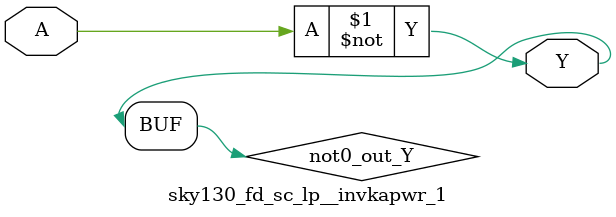
<source format=v>
/*
 * Copyright 2020 The SkyWater PDK Authors
 *
 * Licensed under the Apache License, Version 2.0 (the "License");
 * you may not use this file except in compliance with the License.
 * You may obtain a copy of the License at
 *
 *     https://www.apache.org/licenses/LICENSE-2.0
 *
 * Unless required by applicable law or agreed to in writing, software
 * distributed under the License is distributed on an "AS IS" BASIS,
 * WITHOUT WARRANTIES OR CONDITIONS OF ANY KIND, either express or implied.
 * See the License for the specific language governing permissions and
 * limitations under the License.
 *
 * SPDX-License-Identifier: Apache-2.0
*/


`ifndef SKY130_FD_SC_LP__INVKAPWR_1_FUNCTIONAL_V
`define SKY130_FD_SC_LP__INVKAPWR_1_FUNCTIONAL_V

/**
 * invkapwr: Inverter on keep-alive power rail.
 *
 * Verilog simulation functional model.
 */

`timescale 1ns / 1ps
`default_nettype none

`celldefine
module sky130_fd_sc_lp__invkapwr_1 (
    Y,
    A
);

    // Module ports
    output Y;
    input  A;

    // Local signals
    wire not0_out_Y;

    //  Name  Output      Other arguments
    not not0 (not0_out_Y, A              );
    buf buf0 (Y         , not0_out_Y     );

endmodule
`endcelldefine

`default_nettype wire
`endif  // SKY130_FD_SC_LP__INVKAPWR_1_FUNCTIONAL_V

</source>
